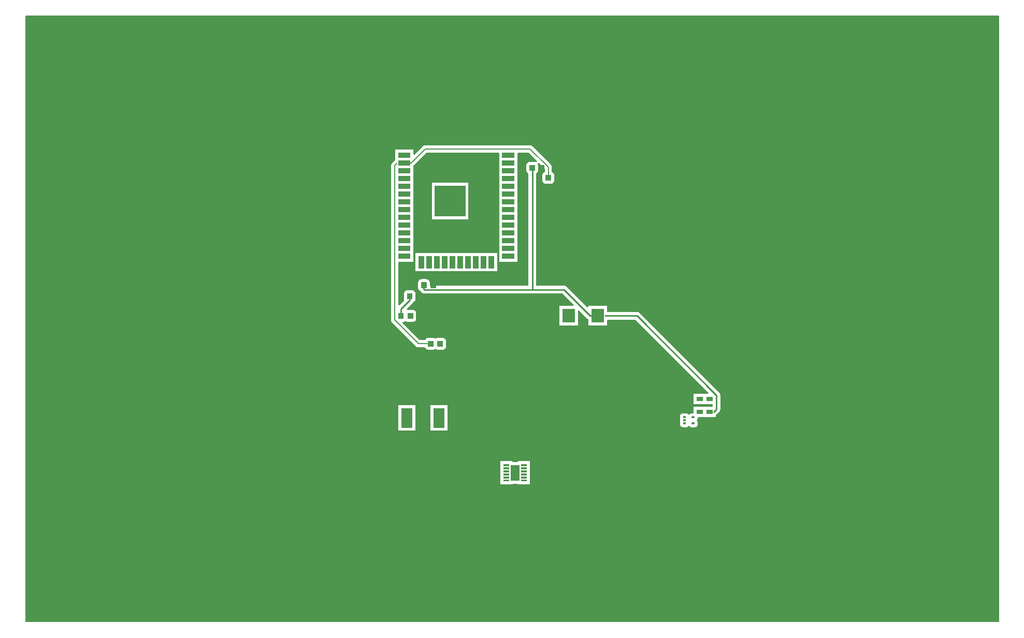
<source format=gbr>
%TF.GenerationSoftware,Flux,Pcbnew,9.0.4-9.0.4-0~ubuntu22.04.1*%
%TF.CreationDate,2025-10-20T13:02:13+00:00*%
%TF.ProjectId,input,696e7075-742e-46b6-9963-61645f706362,rev?*%
%TF.SameCoordinates,Original*%
%TF.FileFunction,Copper,L1,Top*%
%TF.FilePolarity,Positive*%
%FSLAX46Y46*%
G04 Gerber Fmt 4.6, Leading zero omitted, Abs format (unit mm)*
G04 Filename: sarlls-iot*
G04 Build it with Flux! Visit our site at: https://www.flux.ai (PCBNEW 9.0.4-9.0.4-0~ubuntu22.04.1) date 2025-10-20 13:02:13*
%MOMM*%
%LPD*%
G01*
G04 APERTURE LIST*
G04 Aperture macros list*
%AMFreePoly0*
4,1,9,0.000462,0.000191,0.000462,-0.000191,0.000191,-0.000462,-0.000191,-0.000462,-0.000462,-0.000191,-0.000462,0.000191,-0.000191,0.000462,0.000191,0.000462,0.000462,0.000191,0.000462,0.000191,$1*%
G04 Aperture macros list end*
%TA.AperFunction,EtchedComponent*%
%ADD10C,0.000000*%
%TD*%
%TA.AperFunction,SMDPad,CuDef*%
%ADD11FreePoly0,0.000000*%
%TD*%
%TA.AperFunction,SMDPad,CuDef*%
%ADD12FreePoly0,90.000000*%
%TD*%
%TA.AperFunction,Conductor*%
%ADD13C,0.150000*%
%TD*%
%TA.AperFunction,Conductor*%
%ADD14C,0.254000*%
%TD*%
G04 APERTURE END LIST*
D10*
%TA.AperFunction,EtchedComponent*%
%TO.C,*%
G36*
X-16636700Y18717500D02*
G01*
X-18636700Y18717500D01*
X-18636700Y19617500D01*
X-16636700Y19617500D01*
X-16636700Y18717500D01*
G37*
%TD.AperFunction*%
%TA.AperFunction,EtchedComponent*%
G36*
X-8051696Y8277502D02*
G01*
X-8951696Y8277498D01*
X-8951704Y10277498D01*
X-8051704Y10277502D01*
X-8051696Y8277502D01*
G37*
%TD.AperFunction*%
%TA.AperFunction,EtchedComponent*%
G36*
X-13131696Y8277502D02*
G01*
X-14031696Y8277498D01*
X-14031704Y10277498D01*
X-13131704Y10277502D01*
X-13131696Y8277502D01*
G37*
%TD.AperFunction*%
%TA.AperFunction,EtchedComponent*%
G36*
X-16636700Y25067500D02*
G01*
X-18636700Y25067500D01*
X-18636700Y25967500D01*
X-16636700Y25967500D01*
X-16636700Y25067500D01*
G37*
%TD.AperFunction*%
%TA.AperFunction,EtchedComponent*%
G36*
X-5511696Y8277502D02*
G01*
X-6411696Y8277498D01*
X-6411704Y10277498D01*
X-5511704Y10277502D01*
X-5511696Y8277502D01*
G37*
%TD.AperFunction*%
%TA.AperFunction,EtchedComponent*%
G36*
X-4241696Y8277502D02*
G01*
X-5141696Y8277498D01*
X-5141704Y10277498D01*
X-4241704Y10277502D01*
X-4241696Y8277502D01*
G37*
%TD.AperFunction*%
%TA.AperFunction,EtchedComponent*%
G36*
X363300Y14907500D02*
G01*
X-1636700Y14907500D01*
X-1636700Y15807500D01*
X363300Y15807500D01*
X363300Y14907500D01*
G37*
%TD.AperFunction*%
%TA.AperFunction,EtchedComponent*%
G36*
X363300Y13637500D02*
G01*
X-1636700Y13637500D01*
X-1636700Y14537500D01*
X363300Y14537500D01*
X363300Y13637500D01*
G37*
%TD.AperFunction*%
%TA.AperFunction,EtchedComponent*%
G36*
X-16636700Y12367500D02*
G01*
X-18636700Y12367500D01*
X-18636700Y13267500D01*
X-16636700Y13267500D01*
X-16636700Y12367500D01*
G37*
%TD.AperFunction*%
%TA.AperFunction,EtchedComponent*%
G36*
X363300Y21257500D02*
G01*
X-1636700Y21257500D01*
X-1636700Y22157500D01*
X363300Y22157500D01*
X363300Y21257500D01*
G37*
%TD.AperFunction*%
%TA.AperFunction,EtchedComponent*%
G36*
X-16636700Y21257500D02*
G01*
X-18636700Y21257500D01*
X-18636700Y22157500D01*
X-16636700Y22157500D01*
X-16636700Y21257500D01*
G37*
%TD.AperFunction*%
%TA.AperFunction,EtchedComponent*%
G36*
X-10591696Y8277502D02*
G01*
X-11491696Y8277498D01*
X-11491704Y10277498D01*
X-10591704Y10277502D01*
X-10591696Y8277502D01*
G37*
%TD.AperFunction*%
%TA.AperFunction,EtchedComponent*%
G36*
X363300Y22527500D02*
G01*
X-1636700Y22527500D01*
X-1636700Y23427500D01*
X363300Y23427500D01*
X363300Y22527500D01*
G37*
%TD.AperFunction*%
%TA.AperFunction,EtchedComponent*%
G36*
X-16636700Y9827500D02*
G01*
X-18636700Y9827500D01*
X-18636700Y10727500D01*
X-16636700Y10727500D01*
X-16636700Y9827500D01*
G37*
%TD.AperFunction*%
%TA.AperFunction,EtchedComponent*%
G36*
X-16636700Y23797500D02*
G01*
X-18636700Y23797500D01*
X-18636700Y24697500D01*
X-16636700Y24697500D01*
X-16636700Y23797500D01*
G37*
%TD.AperFunction*%
%TA.AperFunction,EtchedComponent*%
G36*
X-16636700Y13637500D02*
G01*
X-18636700Y13637500D01*
X-18636700Y14537500D01*
X-16636700Y14537500D01*
X-16636700Y13637500D01*
G37*
%TD.AperFunction*%
%TA.AperFunction,EtchedComponent*%
G36*
X363300Y18717500D02*
G01*
X-1636700Y18717500D01*
X-1636700Y19617500D01*
X363300Y19617500D01*
X363300Y18717500D01*
G37*
%TD.AperFunction*%
%TA.AperFunction,EtchedComponent*%
G36*
X-16636700Y14907500D02*
G01*
X-18636700Y14907500D01*
X-18636700Y15807500D01*
X-16636700Y15807500D01*
X-16636700Y14907500D01*
G37*
%TD.AperFunction*%
%TA.AperFunction,EtchedComponent*%
G36*
X-7636700Y16787500D02*
G01*
X-12636700Y16787500D01*
X-12636700Y21787500D01*
X-7636700Y21787500D01*
X-7636700Y16787500D01*
G37*
%TD.AperFunction*%
%TA.AperFunction,EtchedComponent*%
G36*
X363300Y25067500D02*
G01*
X-1636700Y25067500D01*
X-1636700Y25967500D01*
X363300Y25967500D01*
X363300Y25067500D01*
G37*
%TD.AperFunction*%
%TA.AperFunction,EtchedComponent*%
G36*
X363300Y26337500D02*
G01*
X-1636700Y26337500D01*
X-1636700Y27237500D01*
X363300Y27237500D01*
X363300Y26337500D01*
G37*
%TD.AperFunction*%
%TA.AperFunction,EtchedComponent*%
G36*
X363300Y19987500D02*
G01*
X-1636700Y19987500D01*
X-1636700Y20887500D01*
X363300Y20887500D01*
X363300Y19987500D01*
G37*
%TD.AperFunction*%
%TA.AperFunction,EtchedComponent*%
G36*
X-14401696Y8277502D02*
G01*
X-15301696Y8277498D01*
X-15301704Y10277498D01*
X-14401704Y10277502D01*
X-14401696Y8277502D01*
G37*
%TD.AperFunction*%
%TA.AperFunction,EtchedComponent*%
G36*
X-16636700Y16177500D02*
G01*
X-18636700Y16177500D01*
X-18636700Y17077500D01*
X-16636700Y17077500D01*
X-16636700Y16177500D01*
G37*
%TD.AperFunction*%
%TA.AperFunction,EtchedComponent*%
G36*
X-16636700Y11097500D02*
G01*
X-18636700Y11097500D01*
X-18636700Y11997500D01*
X-16636700Y11997500D01*
X-16636700Y11097500D01*
G37*
%TD.AperFunction*%
%TA.AperFunction,EtchedComponent*%
G36*
X-16636700Y22527500D02*
G01*
X-18636700Y22527500D01*
X-18636700Y23427500D01*
X-16636700Y23427500D01*
X-16636700Y22527500D01*
G37*
%TD.AperFunction*%
%TA.AperFunction,EtchedComponent*%
G36*
X363300Y16177500D02*
G01*
X-1636700Y16177500D01*
X-1636700Y17077500D01*
X363300Y17077500D01*
X363300Y16177500D01*
G37*
%TD.AperFunction*%
%TA.AperFunction,EtchedComponent*%
G36*
X363300Y12367500D02*
G01*
X-1636700Y12367500D01*
X-1636700Y13267500D01*
X363300Y13267500D01*
X363300Y12367500D01*
G37*
%TD.AperFunction*%
%TA.AperFunction,EtchedComponent*%
G36*
X-16636700Y19987500D02*
G01*
X-18636700Y19987500D01*
X-18636700Y20887500D01*
X-16636700Y20887500D01*
X-16636700Y19987500D01*
G37*
%TD.AperFunction*%
%TA.AperFunction,EtchedComponent*%
G36*
X-9321696Y8277502D02*
G01*
X-10221696Y8277498D01*
X-10221704Y10277498D01*
X-9321704Y10277502D01*
X-9321696Y8277502D01*
G37*
%TD.AperFunction*%
%TA.AperFunction,EtchedComponent*%
G36*
X-16636700Y26337500D02*
G01*
X-18636700Y26337500D01*
X-18636700Y27237500D01*
X-16636700Y27237500D01*
X-16636700Y26337500D01*
G37*
%TD.AperFunction*%
%TA.AperFunction,EtchedComponent*%
G36*
X363300Y17447500D02*
G01*
X-1636700Y17447500D01*
X-1636700Y18347500D01*
X363300Y18347500D01*
X363300Y17447500D01*
G37*
%TD.AperFunction*%
%TA.AperFunction,EtchedComponent*%
G36*
X363300Y11097500D02*
G01*
X-1636700Y11097500D01*
X-1636700Y11997500D01*
X363300Y11997500D01*
X363300Y11097500D01*
G37*
%TD.AperFunction*%
%TA.AperFunction,EtchedComponent*%
G36*
X363300Y23797500D02*
G01*
X-1636700Y23797500D01*
X-1636700Y24697500D01*
X363300Y24697500D01*
X363300Y23797500D01*
G37*
%TD.AperFunction*%
%TA.AperFunction,EtchedComponent*%
G36*
X-6781696Y8277502D02*
G01*
X-7681696Y8277498D01*
X-7681704Y10277498D01*
X-6781704Y10277502D01*
X-6781696Y8277502D01*
G37*
%TD.AperFunction*%
%TA.AperFunction,EtchedComponent*%
G36*
X363300Y9827500D02*
G01*
X-1636700Y9827500D01*
X-1636700Y10727500D01*
X363300Y10727500D01*
X363300Y9827500D01*
G37*
%TD.AperFunction*%
%TA.AperFunction,EtchedComponent*%
G36*
X-2971696Y8277502D02*
G01*
X-3871696Y8277498D01*
X-3871704Y10277498D01*
X-2971704Y10277502D01*
X-2971696Y8277502D01*
G37*
%TD.AperFunction*%
%TA.AperFunction,EtchedComponent*%
G36*
X-11861696Y8277502D02*
G01*
X-12761696Y8277498D01*
X-12761704Y10277498D01*
X-11861704Y10277502D01*
X-11861696Y8277502D01*
G37*
%TD.AperFunction*%
%TA.AperFunction,EtchedComponent*%
G36*
X-16636700Y17447500D02*
G01*
X-18636700Y17447500D01*
X-18636700Y18347500D01*
X-16636700Y18347500D01*
X-16636700Y17447500D01*
G37*
%TD.AperFunction*%
%TA.AperFunction,EtchedComponent*%
G36*
X-12930600Y-3585400D02*
G01*
X-12925600Y-3585400D01*
X-12921600Y-3586400D01*
X-12916600Y-3588400D01*
X-12912600Y-3589400D01*
X-12908600Y-3591400D01*
X-12904600Y-3594400D01*
X-12900600Y-3596400D01*
X-12892600Y-3602400D01*
X-12886600Y-3608400D01*
X-12880600Y-3616400D01*
X-12878600Y-3620400D01*
X-12875600Y-3624400D01*
X-12873600Y-3628400D01*
X-12872600Y-3632400D01*
X-12870600Y-3637400D01*
X-12869600Y-3641400D01*
X-12869600Y-3646400D01*
X-12868600Y-3651400D01*
X-12868600Y-4467400D01*
X-12869600Y-4472400D01*
X-12869600Y-4477400D01*
X-12870600Y-4481400D01*
X-12872600Y-4486400D01*
X-12873600Y-4490400D01*
X-12875600Y-4494400D01*
X-12878600Y-4498400D01*
X-12880600Y-4502400D01*
X-12886600Y-4510400D01*
X-12892600Y-4516400D01*
X-12900600Y-4522400D01*
X-12904600Y-4524400D01*
X-12908600Y-4527400D01*
X-12912600Y-4529400D01*
X-12916600Y-4530400D01*
X-12921600Y-4532400D01*
X-12925600Y-4533400D01*
X-12930600Y-4533400D01*
X-12935600Y-4534400D01*
X-13701600Y-4534400D01*
X-13706600Y-4533400D01*
X-13711600Y-4533400D01*
X-13715600Y-4532400D01*
X-13720600Y-4530400D01*
X-13724600Y-4529400D01*
X-13728600Y-4527400D01*
X-13732600Y-4524400D01*
X-13736600Y-4522400D01*
X-13744600Y-4516400D01*
X-13750600Y-4510400D01*
X-13756600Y-4502400D01*
X-13758600Y-4498400D01*
X-13761600Y-4494400D01*
X-13763600Y-4490400D01*
X-13764600Y-4486400D01*
X-13766600Y-4481400D01*
X-13767600Y-4477400D01*
X-13767600Y-4472400D01*
X-13768600Y-4467400D01*
X-13768600Y-3651400D01*
X-13767600Y-3646400D01*
X-13767600Y-3641400D01*
X-13766600Y-3637400D01*
X-13764600Y-3632400D01*
X-13763600Y-3628400D01*
X-13761600Y-3624400D01*
X-13758600Y-3620400D01*
X-13756600Y-3616400D01*
X-13750600Y-3608400D01*
X-13744600Y-3602400D01*
X-13736600Y-3596400D01*
X-13732600Y-3594400D01*
X-13728600Y-3591400D01*
X-13724600Y-3589400D01*
X-13720600Y-3588400D01*
X-13715600Y-3586400D01*
X-13711600Y-3585400D01*
X-13706600Y-3585400D01*
X-13701600Y-3584400D01*
X-12935600Y-3584400D01*
X-12930600Y-3585400D01*
G37*
%TD.AperFunction*%
%TA.AperFunction,EtchedComponent*%
G36*
X-11380600Y-3585400D02*
G01*
X-11375600Y-3585400D01*
X-11371600Y-3586400D01*
X-11366600Y-3588400D01*
X-11362600Y-3589400D01*
X-11358600Y-3591400D01*
X-11354600Y-3594400D01*
X-11350600Y-3596400D01*
X-11342600Y-3602400D01*
X-11336600Y-3608400D01*
X-11330600Y-3616400D01*
X-11328600Y-3620400D01*
X-11325600Y-3624400D01*
X-11323600Y-3628400D01*
X-11322600Y-3632400D01*
X-11320600Y-3637400D01*
X-11319600Y-3641400D01*
X-11319600Y-3646400D01*
X-11318600Y-3651400D01*
X-11318600Y-4467400D01*
X-11319600Y-4472400D01*
X-11319600Y-4477400D01*
X-11320600Y-4481400D01*
X-11322600Y-4486400D01*
X-11323600Y-4490400D01*
X-11325600Y-4494400D01*
X-11328600Y-4498400D01*
X-11330600Y-4502400D01*
X-11336600Y-4510400D01*
X-11342600Y-4516400D01*
X-11350600Y-4522400D01*
X-11354600Y-4524400D01*
X-11358600Y-4527400D01*
X-11362600Y-4529400D01*
X-11366600Y-4530400D01*
X-11371600Y-4532400D01*
X-11375600Y-4533400D01*
X-11380600Y-4533400D01*
X-11385600Y-4534400D01*
X-12151600Y-4534400D01*
X-12156600Y-4533400D01*
X-12161600Y-4533400D01*
X-12165600Y-4532400D01*
X-12170600Y-4530400D01*
X-12174600Y-4529400D01*
X-12178600Y-4527400D01*
X-12182600Y-4524400D01*
X-12186600Y-4522400D01*
X-12194600Y-4516400D01*
X-12200600Y-4510400D01*
X-12206600Y-4502400D01*
X-12208600Y-4498400D01*
X-12211600Y-4494400D01*
X-12213600Y-4490400D01*
X-12214600Y-4486400D01*
X-12216600Y-4481400D01*
X-12217600Y-4477400D01*
X-12217600Y-4472400D01*
X-12218600Y-4467400D01*
X-12218600Y-3651400D01*
X-12217600Y-3646400D01*
X-12217600Y-3641400D01*
X-12216600Y-3637400D01*
X-12214600Y-3632400D01*
X-12213600Y-3628400D01*
X-12211600Y-3624400D01*
X-12208600Y-3620400D01*
X-12206600Y-3616400D01*
X-12200600Y-3608400D01*
X-12194600Y-3602400D01*
X-12186600Y-3596400D01*
X-12182600Y-3594400D01*
X-12178600Y-3591400D01*
X-12174600Y-3589400D01*
X-12170600Y-3588400D01*
X-12165600Y-3586400D01*
X-12161600Y-3585400D01*
X-12156600Y-3585400D01*
X-12151600Y-3584400D01*
X-11385600Y-3584400D01*
X-11380600Y-3585400D01*
G37*
%TD.AperFunction*%
%TA.AperFunction,EtchedComponent*%
G36*
X10281800Y-583900D02*
G01*
X8231800Y-583900D01*
X8231800Y1606100D01*
X10281800Y1606100D01*
X10281800Y-583900D01*
G37*
%TD.AperFunction*%
%TA.AperFunction,EtchedComponent*%
G36*
X15001800Y-583900D02*
G01*
X12951800Y-583900D01*
X12951800Y1606100D01*
X15001800Y1606100D01*
X15001800Y-583900D01*
G37*
%TD.AperFunction*%
%TA.AperFunction,EtchedComponent*%
G36*
X-507299Y-26596498D02*
G01*
X-1407299Y-26596502D01*
X-1407301Y-26296502D01*
X-507301Y-26296498D01*
X-507299Y-26596498D01*
G37*
%TD.AperFunction*%
%TA.AperFunction,EtchedComponent*%
G36*
X2392701Y-24596498D02*
G01*
X1492701Y-24596502D01*
X1492699Y-24296502D01*
X2392699Y-24296498D01*
X2392701Y-24596498D01*
G37*
%TD.AperFunction*%
%TA.AperFunction,EtchedComponent*%
G36*
X2392701Y-26096498D02*
G01*
X1492701Y-26096502D01*
X1492699Y-25796502D01*
X2392699Y-25796498D01*
X2392701Y-26096498D01*
G37*
%TD.AperFunction*%
%TA.AperFunction,EtchedComponent*%
G36*
X2392701Y-24096498D02*
G01*
X1492701Y-24096502D01*
X1492699Y-23796502D01*
X2392699Y-23796498D01*
X2392701Y-24096498D01*
G37*
%TD.AperFunction*%
%TA.AperFunction,EtchedComponent*%
G36*
X2392701Y-25096498D02*
G01*
X1492701Y-25096502D01*
X1492699Y-24796502D01*
X2392699Y-24796498D01*
X2392701Y-25096498D01*
G37*
%TD.AperFunction*%
%TA.AperFunction,EtchedComponent*%
G36*
X1192700Y-26496500D02*
G01*
X-207300Y-26496500D01*
X-207300Y-23896500D01*
X1192700Y-23896500D01*
X1192700Y-26496500D01*
G37*
%TD.AperFunction*%
%TA.AperFunction,EtchedComponent*%
G36*
X2392701Y-26596498D02*
G01*
X1492701Y-26596502D01*
X1492699Y-26296502D01*
X2392699Y-26296498D01*
X2392701Y-26596498D01*
G37*
%TD.AperFunction*%
%TA.AperFunction,EtchedComponent*%
G36*
X2392701Y-25596498D02*
G01*
X1492701Y-25596502D01*
X1492699Y-25296502D01*
X2392699Y-25296498D01*
X2392701Y-25596498D01*
G37*
%TD.AperFunction*%
%TA.AperFunction,EtchedComponent*%
G36*
X-507299Y-26096498D02*
G01*
X-1407299Y-26096502D01*
X-1407301Y-25796502D01*
X-507301Y-25796498D01*
X-507299Y-26096498D01*
G37*
%TD.AperFunction*%
%TA.AperFunction,EtchedComponent*%
G36*
X-507299Y-25096498D02*
G01*
X-1407299Y-25096502D01*
X-1407301Y-24796502D01*
X-507301Y-24796498D01*
X-507299Y-25096498D01*
G37*
%TD.AperFunction*%
%TA.AperFunction,EtchedComponent*%
G36*
X-507299Y-24596498D02*
G01*
X-1407299Y-24596502D01*
X-1407301Y-24296502D01*
X-507301Y-24296498D01*
X-507299Y-24596498D01*
G37*
%TD.AperFunction*%
%TA.AperFunction,EtchedComponent*%
G36*
X-507299Y-24096498D02*
G01*
X-1407299Y-24096502D01*
X-1407301Y-23796502D01*
X-507301Y-23796498D01*
X-507299Y-24096498D01*
G37*
%TD.AperFunction*%
%TA.AperFunction,EtchedComponent*%
G36*
X-507299Y-25596498D02*
G01*
X-1407299Y-25596502D01*
X-1407301Y-25296502D01*
X-507301Y-25296498D01*
X-507299Y-25596498D01*
G37*
%TD.AperFunction*%
%TA.AperFunction,EtchedComponent*%
G36*
X-16363600Y4179900D02*
G01*
X-16358600Y4179900D01*
X-16354600Y4178900D01*
X-16349600Y4176900D01*
X-16345600Y4175900D01*
X-16341600Y4173900D01*
X-16337600Y4170900D01*
X-16333600Y4168900D01*
X-16325600Y4162900D01*
X-16319600Y4156900D01*
X-16313600Y4148900D01*
X-16311600Y4144900D01*
X-16308600Y4140900D01*
X-16306600Y4136900D01*
X-16305600Y4132900D01*
X-16303600Y4127900D01*
X-16302600Y4123900D01*
X-16302600Y4118900D01*
X-16301600Y4113900D01*
X-16301600Y3297900D01*
X-16302600Y3292900D01*
X-16302600Y3287900D01*
X-16303600Y3283900D01*
X-16305600Y3278900D01*
X-16306600Y3274900D01*
X-16308600Y3270900D01*
X-16311600Y3266900D01*
X-16313600Y3262900D01*
X-16319600Y3254900D01*
X-16325600Y3248900D01*
X-16333600Y3242900D01*
X-16337600Y3240900D01*
X-16341600Y3237900D01*
X-16345600Y3235900D01*
X-16349600Y3234900D01*
X-16354600Y3232900D01*
X-16358600Y3231900D01*
X-16363600Y3231900D01*
X-16368600Y3230900D01*
X-17134600Y3230900D01*
X-17139600Y3231900D01*
X-17144600Y3231900D01*
X-17148600Y3232900D01*
X-17153600Y3234900D01*
X-17157600Y3235900D01*
X-17161600Y3237900D01*
X-17165600Y3240900D01*
X-17169600Y3242900D01*
X-17177600Y3248900D01*
X-17183600Y3254900D01*
X-17189600Y3262900D01*
X-17191600Y3266900D01*
X-17194600Y3270900D01*
X-17196600Y3274900D01*
X-17197600Y3278900D01*
X-17199600Y3283900D01*
X-17200600Y3287900D01*
X-17200600Y3292900D01*
X-17201600Y3297900D01*
X-17201600Y4113900D01*
X-17200600Y4118900D01*
X-17200600Y4123900D01*
X-17199600Y4127900D01*
X-17197600Y4132900D01*
X-17196600Y4136900D01*
X-17194600Y4140900D01*
X-17191600Y4144900D01*
X-17189600Y4148900D01*
X-17183600Y4156900D01*
X-17177600Y4162900D01*
X-17169600Y4168900D01*
X-17165600Y4170900D01*
X-17161600Y4173900D01*
X-17157600Y4175900D01*
X-17153600Y4176900D01*
X-17148600Y4178900D01*
X-17144600Y4179900D01*
X-17139600Y4179900D01*
X-17134600Y4180900D01*
X-16368600Y4180900D01*
X-16363600Y4179900D01*
G37*
%TD.AperFunction*%
%TA.AperFunction,EtchedComponent*%
G36*
X-14813600Y4179900D02*
G01*
X-14808600Y4179900D01*
X-14804600Y4178900D01*
X-14799600Y4176900D01*
X-14795600Y4175900D01*
X-14791600Y4173900D01*
X-14787600Y4170900D01*
X-14783600Y4168900D01*
X-14775600Y4162900D01*
X-14769600Y4156900D01*
X-14763600Y4148900D01*
X-14761600Y4144900D01*
X-14758600Y4140900D01*
X-14756600Y4136900D01*
X-14755600Y4132900D01*
X-14753600Y4127900D01*
X-14752600Y4123900D01*
X-14752600Y4118900D01*
X-14751600Y4113900D01*
X-14751600Y3297900D01*
X-14752600Y3292900D01*
X-14752600Y3287900D01*
X-14753600Y3283900D01*
X-14755600Y3278900D01*
X-14756600Y3274900D01*
X-14758600Y3270900D01*
X-14761600Y3266900D01*
X-14763600Y3262900D01*
X-14769600Y3254900D01*
X-14775600Y3248900D01*
X-14783600Y3242900D01*
X-14787600Y3240900D01*
X-14791600Y3237900D01*
X-14795600Y3235900D01*
X-14799600Y3234900D01*
X-14804600Y3232900D01*
X-14808600Y3231900D01*
X-14813600Y3231900D01*
X-14818600Y3230900D01*
X-15584600Y3230900D01*
X-15589600Y3231900D01*
X-15594600Y3231900D01*
X-15598600Y3232900D01*
X-15603600Y3234900D01*
X-15607600Y3235900D01*
X-15611600Y3237900D01*
X-15615600Y3240900D01*
X-15619600Y3242900D01*
X-15627600Y3248900D01*
X-15633600Y3254900D01*
X-15639600Y3262900D01*
X-15641600Y3266900D01*
X-15644600Y3270900D01*
X-15646600Y3274900D01*
X-15647600Y3278900D01*
X-15649600Y3283900D01*
X-15650600Y3287900D01*
X-15650600Y3292900D01*
X-15651600Y3297900D01*
X-15651600Y4113900D01*
X-15650600Y4118900D01*
X-15650600Y4123900D01*
X-15649600Y4127900D01*
X-15647600Y4132900D01*
X-15646600Y4136900D01*
X-15644600Y4140900D01*
X-15641600Y4144900D01*
X-15639600Y4148900D01*
X-15633600Y4156900D01*
X-15627600Y4162900D01*
X-15619600Y4168900D01*
X-15615600Y4170900D01*
X-15611600Y4173900D01*
X-15607600Y4175900D01*
X-15603600Y4176900D01*
X-15598600Y4178900D01*
X-15594600Y4179900D01*
X-15589600Y4179900D01*
X-15584600Y4180900D01*
X-14818600Y4180900D01*
X-14813600Y4179900D01*
G37*
%TD.AperFunction*%
%TA.AperFunction,EtchedComponent*%
G36*
X-17799600Y969700D02*
G01*
X-17794600Y969700D01*
X-17790600Y968700D01*
X-17785600Y966700D01*
X-17781600Y965700D01*
X-17777600Y963700D01*
X-17773600Y960700D01*
X-17769600Y958700D01*
X-17761600Y952700D01*
X-17755600Y946700D01*
X-17749600Y938700D01*
X-17747600Y934700D01*
X-17744600Y930700D01*
X-17742600Y926700D01*
X-17741600Y922700D01*
X-17739600Y917700D01*
X-17738600Y913700D01*
X-17738600Y908700D01*
X-17737600Y903700D01*
X-17737600Y87700D01*
X-17738600Y82700D01*
X-17738600Y77700D01*
X-17739600Y73700D01*
X-17741600Y68700D01*
X-17742600Y64700D01*
X-17744600Y60700D01*
X-17747600Y56700D01*
X-17749600Y52700D01*
X-17755600Y44700D01*
X-17761600Y38700D01*
X-17769600Y32700D01*
X-17773600Y30700D01*
X-17777600Y27700D01*
X-17781600Y25700D01*
X-17785600Y24700D01*
X-17790600Y22700D01*
X-17794600Y21700D01*
X-17799600Y21700D01*
X-17804600Y20700D01*
X-18570600Y20700D01*
X-18575600Y21700D01*
X-18580600Y21700D01*
X-18584600Y22700D01*
X-18589600Y24700D01*
X-18593600Y25700D01*
X-18597600Y27700D01*
X-18601600Y30700D01*
X-18605600Y32700D01*
X-18613600Y38700D01*
X-18619600Y44700D01*
X-18625600Y52700D01*
X-18627600Y56700D01*
X-18630600Y60700D01*
X-18632600Y64700D01*
X-18633600Y68700D01*
X-18635600Y73700D01*
X-18636600Y77700D01*
X-18636600Y82700D01*
X-18637600Y87700D01*
X-18637600Y903700D01*
X-18636600Y908700D01*
X-18636600Y913700D01*
X-18635600Y917700D01*
X-18633600Y922700D01*
X-18632600Y926700D01*
X-18630600Y930700D01*
X-18627600Y934700D01*
X-18625600Y938700D01*
X-18619600Y946700D01*
X-18613600Y952700D01*
X-18605600Y958700D01*
X-18601600Y960700D01*
X-18597600Y963700D01*
X-18593600Y965700D01*
X-18589600Y966700D01*
X-18584600Y968700D01*
X-18580600Y969700D01*
X-18575600Y969700D01*
X-18570600Y970700D01*
X-17804600Y970700D01*
X-17799600Y969700D01*
G37*
%TD.AperFunction*%
%TA.AperFunction,EtchedComponent*%
G36*
X-16249600Y969700D02*
G01*
X-16244600Y969700D01*
X-16240600Y968700D01*
X-16235600Y966700D01*
X-16231600Y965700D01*
X-16227600Y963700D01*
X-16223600Y960700D01*
X-16219600Y958700D01*
X-16211600Y952700D01*
X-16205600Y946700D01*
X-16199600Y938700D01*
X-16197600Y934700D01*
X-16194600Y930700D01*
X-16192600Y926700D01*
X-16191600Y922700D01*
X-16189600Y917700D01*
X-16188600Y913700D01*
X-16188600Y908700D01*
X-16187600Y903700D01*
X-16187600Y87700D01*
X-16188600Y82700D01*
X-16188600Y77700D01*
X-16189600Y73700D01*
X-16191600Y68700D01*
X-16192600Y64700D01*
X-16194600Y60700D01*
X-16197600Y56700D01*
X-16199600Y52700D01*
X-16205600Y44700D01*
X-16211600Y38700D01*
X-16219600Y32700D01*
X-16223600Y30700D01*
X-16227600Y27700D01*
X-16231600Y25700D01*
X-16235600Y24700D01*
X-16240600Y22700D01*
X-16244600Y21700D01*
X-16249600Y21700D01*
X-16254600Y20700D01*
X-17020600Y20700D01*
X-17025600Y21700D01*
X-17030600Y21700D01*
X-17034600Y22700D01*
X-17039600Y24700D01*
X-17043600Y25700D01*
X-17047600Y27700D01*
X-17051600Y30700D01*
X-17055600Y32700D01*
X-17063600Y38700D01*
X-17069600Y44700D01*
X-17075600Y52700D01*
X-17077600Y56700D01*
X-17080600Y60700D01*
X-17082600Y64700D01*
X-17083600Y68700D01*
X-17085600Y73700D01*
X-17086600Y77700D01*
X-17086600Y82700D01*
X-17087600Y87700D01*
X-17087600Y903700D01*
X-17086600Y908700D01*
X-17086600Y913700D01*
X-17085600Y917700D01*
X-17083600Y922700D01*
X-17082600Y926700D01*
X-17080600Y930700D01*
X-17077600Y934700D01*
X-17075600Y938700D01*
X-17069600Y946700D01*
X-17063600Y952700D01*
X-17055600Y958700D01*
X-17051600Y960700D01*
X-17047600Y963700D01*
X-17043600Y965700D01*
X-17039600Y966700D01*
X-17034600Y968700D01*
X-17030600Y969700D01*
X-17025600Y969700D01*
X-17020600Y970700D01*
X-16254600Y970700D01*
X-16249600Y969700D01*
G37*
%TD.AperFunction*%
%TA.AperFunction,EtchedComponent*%
G36*
X28379300Y-16934000D02*
G01*
X28381300Y-16934000D01*
X28385300Y-16936000D01*
X28387300Y-16936000D01*
X28389300Y-16938000D01*
X28393300Y-16940000D01*
X28399300Y-16946000D01*
X28401300Y-16950000D01*
X28403300Y-16952000D01*
X28403300Y-16954000D01*
X28405300Y-16958000D01*
X28405300Y-16960000D01*
X28406300Y-16962000D01*
X28406300Y-17204000D01*
X28405300Y-17206000D01*
X28405300Y-17208000D01*
X28403300Y-17212000D01*
X28403300Y-17214000D01*
X28401300Y-17216000D01*
X28399300Y-17220000D01*
X28393300Y-17226000D01*
X28389300Y-17228000D01*
X28387300Y-17230000D01*
X28385300Y-17230000D01*
X28381300Y-17232000D01*
X28379300Y-17232000D01*
X28377300Y-17233000D01*
X27985300Y-17233000D01*
X27983300Y-17232000D01*
X27981300Y-17232000D01*
X27977300Y-17230000D01*
X27975300Y-17230000D01*
X27973300Y-17228000D01*
X27969300Y-17226000D01*
X27963300Y-17220000D01*
X27961300Y-17216000D01*
X27959300Y-17214000D01*
X27959300Y-17212000D01*
X27957300Y-17208000D01*
X27957300Y-17206000D01*
X27956300Y-17204000D01*
X27956300Y-16962000D01*
X27957300Y-16960000D01*
X27957300Y-16958000D01*
X27959300Y-16954000D01*
X27959300Y-16952000D01*
X27961300Y-16950000D01*
X27963300Y-16946000D01*
X27969300Y-16940000D01*
X27973300Y-16938000D01*
X27975300Y-16936000D01*
X27977300Y-16936000D01*
X27981300Y-16934000D01*
X27983300Y-16934000D01*
X27985300Y-16933000D01*
X28377300Y-16933000D01*
X28379300Y-16934000D01*
G37*
%TD.AperFunction*%
%TA.AperFunction,EtchedComponent*%
G36*
X29779300Y-16934000D02*
G01*
X29781300Y-16934000D01*
X29785300Y-16936000D01*
X29787300Y-16936000D01*
X29789300Y-16938000D01*
X29793300Y-16940000D01*
X29799300Y-16946000D01*
X29801300Y-16950000D01*
X29803300Y-16952000D01*
X29803300Y-16954000D01*
X29805300Y-16958000D01*
X29805300Y-16960000D01*
X29806300Y-16962000D01*
X29806300Y-17204000D01*
X29805300Y-17206000D01*
X29805300Y-17208000D01*
X29803300Y-17212000D01*
X29803300Y-17214000D01*
X29801300Y-17216000D01*
X29799300Y-17220000D01*
X29793300Y-17226000D01*
X29789300Y-17228000D01*
X29787300Y-17230000D01*
X29785300Y-17230000D01*
X29781300Y-17232000D01*
X29779300Y-17232000D01*
X29777300Y-17233000D01*
X29385300Y-17233000D01*
X29383300Y-17232000D01*
X29381300Y-17232000D01*
X29377300Y-17230000D01*
X29375300Y-17230000D01*
X29373300Y-17228000D01*
X29369300Y-17226000D01*
X29363300Y-17220000D01*
X29361300Y-17216000D01*
X29359300Y-17214000D01*
X29359300Y-17212000D01*
X29357300Y-17208000D01*
X29357300Y-17206000D01*
X29356300Y-17204000D01*
X29356300Y-16962000D01*
X29357300Y-16960000D01*
X29357300Y-16958000D01*
X29359300Y-16954000D01*
X29359300Y-16952000D01*
X29361300Y-16950000D01*
X29363300Y-16946000D01*
X29369300Y-16940000D01*
X29373300Y-16938000D01*
X29375300Y-16936000D01*
X29377300Y-16936000D01*
X29381300Y-16934000D01*
X29383300Y-16934000D01*
X29385300Y-16933000D01*
X29777300Y-16933000D01*
X29779300Y-16934000D01*
G37*
%TD.AperFunction*%
%TA.AperFunction,EtchedComponent*%
G36*
X28379300Y-15934000D02*
G01*
X28381300Y-15934000D01*
X28385300Y-15936000D01*
X28387300Y-15936000D01*
X28389300Y-15938000D01*
X28393300Y-15940000D01*
X28399300Y-15946000D01*
X28401300Y-15950000D01*
X28403300Y-15952000D01*
X28403300Y-15954000D01*
X28405300Y-15958000D01*
X28405300Y-15960000D01*
X28406300Y-15962000D01*
X28406300Y-16204000D01*
X28405300Y-16206000D01*
X28405300Y-16208000D01*
X28403300Y-16212000D01*
X28403300Y-16214000D01*
X28401300Y-16216000D01*
X28399300Y-16220000D01*
X28393300Y-16226000D01*
X28389300Y-16228000D01*
X28387300Y-16230000D01*
X28385300Y-16230000D01*
X28381300Y-16232000D01*
X28379300Y-16232000D01*
X28377300Y-16233000D01*
X27985300Y-16233000D01*
X27983300Y-16232000D01*
X27981300Y-16232000D01*
X27977300Y-16230000D01*
X27975300Y-16230000D01*
X27973300Y-16228000D01*
X27969300Y-16226000D01*
X27963300Y-16220000D01*
X27961300Y-16216000D01*
X27959300Y-16214000D01*
X27959300Y-16212000D01*
X27957300Y-16208000D01*
X27957300Y-16206000D01*
X27956300Y-16204000D01*
X27956300Y-15962000D01*
X27957300Y-15960000D01*
X27957300Y-15958000D01*
X27959300Y-15954000D01*
X27959300Y-15952000D01*
X27961300Y-15950000D01*
X27963300Y-15946000D01*
X27969300Y-15940000D01*
X27973300Y-15938000D01*
X27975300Y-15936000D01*
X27977300Y-15936000D01*
X27981300Y-15934000D01*
X27983300Y-15934000D01*
X27985300Y-15933000D01*
X28377300Y-15933000D01*
X28379300Y-15934000D01*
G37*
%TD.AperFunction*%
%TA.AperFunction,EtchedComponent*%
G36*
X28379300Y-16434000D02*
G01*
X28381300Y-16434000D01*
X28385300Y-16436000D01*
X28387300Y-16436000D01*
X28389300Y-16438000D01*
X28393300Y-16440000D01*
X28399300Y-16446000D01*
X28401300Y-16450000D01*
X28403300Y-16452000D01*
X28403300Y-16454000D01*
X28405300Y-16458000D01*
X28405300Y-16460000D01*
X28406300Y-16462000D01*
X28406300Y-16704000D01*
X28405300Y-16706000D01*
X28405300Y-16708000D01*
X28403300Y-16712000D01*
X28403300Y-16714000D01*
X28401300Y-16716000D01*
X28399300Y-16720000D01*
X28393300Y-16726000D01*
X28389300Y-16728000D01*
X28387300Y-16730000D01*
X28385300Y-16730000D01*
X28381300Y-16732000D01*
X28379300Y-16732000D01*
X28377300Y-16733000D01*
X27985300Y-16733000D01*
X27983300Y-16732000D01*
X27981300Y-16732000D01*
X27977300Y-16730000D01*
X27975300Y-16730000D01*
X27973300Y-16728000D01*
X27969300Y-16726000D01*
X27963300Y-16720000D01*
X27961300Y-16716000D01*
X27959300Y-16714000D01*
X27959300Y-16712000D01*
X27957300Y-16708000D01*
X27957300Y-16706000D01*
X27956300Y-16704000D01*
X27956300Y-16462000D01*
X27957300Y-16460000D01*
X27957300Y-16458000D01*
X27959300Y-16454000D01*
X27959300Y-16452000D01*
X27961300Y-16450000D01*
X27963300Y-16446000D01*
X27969300Y-16440000D01*
X27973300Y-16438000D01*
X27975300Y-16436000D01*
X27977300Y-16436000D01*
X27981300Y-16434000D01*
X27983300Y-16434000D01*
X27985300Y-16433000D01*
X28377300Y-16433000D01*
X28379300Y-16434000D01*
G37*
%TD.AperFunction*%
%TA.AperFunction,EtchedComponent*%
G36*
X29779300Y-15934000D02*
G01*
X29781300Y-15934000D01*
X29785300Y-15936000D01*
X29787300Y-15936000D01*
X29789300Y-15938000D01*
X29793300Y-15940000D01*
X29799300Y-15946000D01*
X29801300Y-15950000D01*
X29803300Y-15952000D01*
X29803300Y-15954000D01*
X29805300Y-15958000D01*
X29805300Y-15960000D01*
X29806300Y-15962000D01*
X29806300Y-16204000D01*
X29805300Y-16206000D01*
X29805300Y-16208000D01*
X29803300Y-16212000D01*
X29803300Y-16214000D01*
X29801300Y-16216000D01*
X29799300Y-16220000D01*
X29793300Y-16226000D01*
X29789300Y-16228000D01*
X29787300Y-16230000D01*
X29785300Y-16230000D01*
X29781300Y-16232000D01*
X29779300Y-16232000D01*
X29777300Y-16233000D01*
X29385300Y-16233000D01*
X29383300Y-16232000D01*
X29381300Y-16232000D01*
X29377300Y-16230000D01*
X29375300Y-16230000D01*
X29373300Y-16228000D01*
X29369300Y-16226000D01*
X29363300Y-16220000D01*
X29361300Y-16216000D01*
X29359300Y-16214000D01*
X29359300Y-16212000D01*
X29357300Y-16208000D01*
X29357300Y-16206000D01*
X29356300Y-16204000D01*
X29356300Y-15962000D01*
X29357300Y-15960000D01*
X29357300Y-15958000D01*
X29359300Y-15954000D01*
X29359300Y-15952000D01*
X29361300Y-15950000D01*
X29363300Y-15946000D01*
X29369300Y-15940000D01*
X29373300Y-15938000D01*
X29375300Y-15936000D01*
X29377300Y-15936000D01*
X29381300Y-15934000D01*
X29383300Y-15934000D01*
X29385300Y-15933000D01*
X29777300Y-15933000D01*
X29779300Y-15934000D01*
G37*
%TD.AperFunction*%
%TA.AperFunction,EtchedComponent*%
G36*
X6297000Y23566500D02*
G01*
X6302000Y23566500D01*
X6306000Y23565500D01*
X6311000Y23563500D01*
X6315000Y23562500D01*
X6319000Y23560500D01*
X6323000Y23557500D01*
X6327000Y23555500D01*
X6335000Y23549500D01*
X6341000Y23543500D01*
X6347000Y23535500D01*
X6349000Y23531500D01*
X6352000Y23527500D01*
X6354000Y23523500D01*
X6355000Y23519500D01*
X6357000Y23514500D01*
X6358000Y23510500D01*
X6358000Y23505500D01*
X6359000Y23500500D01*
X6359000Y22684500D01*
X6358000Y22679500D01*
X6358000Y22674500D01*
X6357000Y22670500D01*
X6355000Y22665500D01*
X6354000Y22661500D01*
X6352000Y22657500D01*
X6349000Y22653500D01*
X6347000Y22649500D01*
X6341000Y22641500D01*
X6335000Y22635500D01*
X6327000Y22629500D01*
X6323000Y22627500D01*
X6319000Y22624500D01*
X6315000Y22622500D01*
X6311000Y22621500D01*
X6306000Y22619500D01*
X6302000Y22618500D01*
X6297000Y22618500D01*
X6292000Y22617500D01*
X5526000Y22617500D01*
X5521000Y22618500D01*
X5516000Y22618500D01*
X5512000Y22619500D01*
X5507000Y22621500D01*
X5503000Y22622500D01*
X5499000Y22624500D01*
X5495000Y22627500D01*
X5491000Y22629500D01*
X5483000Y22635500D01*
X5477000Y22641500D01*
X5471000Y22649500D01*
X5469000Y22653500D01*
X5466000Y22657500D01*
X5464000Y22661500D01*
X5463000Y22665500D01*
X5461000Y22670500D01*
X5460000Y22674500D01*
X5460000Y22679500D01*
X5459000Y22684500D01*
X5459000Y23500500D01*
X5460000Y23505500D01*
X5460000Y23510500D01*
X5461000Y23514500D01*
X5463000Y23519500D01*
X5464000Y23523500D01*
X5466000Y23527500D01*
X5469000Y23531500D01*
X5471000Y23535500D01*
X5477000Y23543500D01*
X5483000Y23549500D01*
X5491000Y23555500D01*
X5495000Y23557500D01*
X5499000Y23560500D01*
X5503000Y23562500D01*
X5507000Y23563500D01*
X5512000Y23565500D01*
X5516000Y23566500D01*
X5521000Y23566500D01*
X5526000Y23567500D01*
X6292000Y23567500D01*
X6297000Y23566500D01*
G37*
%TD.AperFunction*%
%TA.AperFunction,EtchedComponent*%
G36*
X7847000Y23566500D02*
G01*
X7852000Y23566500D01*
X7856000Y23565500D01*
X7861000Y23563500D01*
X7865000Y23562500D01*
X7869000Y23560500D01*
X7873000Y23557500D01*
X7877000Y23555500D01*
X7885000Y23549500D01*
X7891000Y23543500D01*
X7897000Y23535500D01*
X7899000Y23531500D01*
X7902000Y23527500D01*
X7904000Y23523500D01*
X7905000Y23519500D01*
X7907000Y23514500D01*
X7908000Y23510500D01*
X7908000Y23505500D01*
X7909000Y23500500D01*
X7909000Y22684500D01*
X7908000Y22679500D01*
X7908000Y22674500D01*
X7907000Y22670500D01*
X7905000Y22665500D01*
X7904000Y22661500D01*
X7902000Y22657500D01*
X7899000Y22653500D01*
X7897000Y22649500D01*
X7891000Y22641500D01*
X7885000Y22635500D01*
X7877000Y22629500D01*
X7873000Y22627500D01*
X7869000Y22624500D01*
X7865000Y22622500D01*
X7861000Y22621500D01*
X7856000Y22619500D01*
X7852000Y22618500D01*
X7847000Y22618500D01*
X7842000Y22617500D01*
X7076000Y22617500D01*
X7071000Y22618500D01*
X7066000Y22618500D01*
X7062000Y22619500D01*
X7057000Y22621500D01*
X7053000Y22622500D01*
X7049000Y22624500D01*
X7045000Y22627500D01*
X7041000Y22629500D01*
X7033000Y22635500D01*
X7027000Y22641500D01*
X7021000Y22649500D01*
X7019000Y22653500D01*
X7016000Y22657500D01*
X7014000Y22661500D01*
X7013000Y22665500D01*
X7011000Y22670500D01*
X7010000Y22674500D01*
X7010000Y22679500D01*
X7009000Y22684500D01*
X7009000Y23500500D01*
X7010000Y23505500D01*
X7010000Y23510500D01*
X7011000Y23514500D01*
X7013000Y23519500D01*
X7014000Y23523500D01*
X7016000Y23527500D01*
X7019000Y23531500D01*
X7021000Y23535500D01*
X7027000Y23543500D01*
X7033000Y23549500D01*
X7041000Y23555500D01*
X7045000Y23557500D01*
X7049000Y23560500D01*
X7053000Y23562500D01*
X7057000Y23563500D01*
X7062000Y23565500D01*
X7066000Y23566500D01*
X7071000Y23566500D01*
X7076000Y23567500D01*
X7842000Y23567500D01*
X7847000Y23566500D01*
G37*
%TD.AperFunction*%
%TA.AperFunction,EtchedComponent*%
G36*
X-14028500Y6005000D02*
G01*
X-14023500Y6005000D01*
X-14019500Y6004000D01*
X-14014500Y6002000D01*
X-14010500Y6001000D01*
X-14006500Y5999000D01*
X-14002500Y5996000D01*
X-13998500Y5994000D01*
X-13990500Y5988000D01*
X-13984500Y5982000D01*
X-13978500Y5974000D01*
X-13976500Y5970000D01*
X-13973500Y5966000D01*
X-13971500Y5962000D01*
X-13970500Y5958000D01*
X-13968500Y5953000D01*
X-13967500Y5949000D01*
X-13967500Y5944000D01*
X-13966500Y5939000D01*
X-13966500Y5123000D01*
X-13967500Y5118000D01*
X-13967500Y5113000D01*
X-13968500Y5109000D01*
X-13970500Y5104000D01*
X-13971500Y5100000D01*
X-13973500Y5096000D01*
X-13976500Y5092000D01*
X-13978500Y5088000D01*
X-13984500Y5080000D01*
X-13990500Y5074000D01*
X-13998500Y5068000D01*
X-14002500Y5066000D01*
X-14006500Y5063000D01*
X-14010500Y5061000D01*
X-14014500Y5060000D01*
X-14019500Y5058000D01*
X-14023500Y5057000D01*
X-14028500Y5057000D01*
X-14033500Y5056000D01*
X-14799500Y5056000D01*
X-14804500Y5057000D01*
X-14809500Y5057000D01*
X-14813500Y5058000D01*
X-14818500Y5060000D01*
X-14822500Y5061000D01*
X-14826500Y5063000D01*
X-14830500Y5066000D01*
X-14834500Y5068000D01*
X-14842500Y5074000D01*
X-14848500Y5080000D01*
X-14854500Y5088000D01*
X-14856500Y5092000D01*
X-14859500Y5096000D01*
X-14861500Y5100000D01*
X-14862500Y5104000D01*
X-14864500Y5109000D01*
X-14865500Y5113000D01*
X-14865500Y5118000D01*
X-14866500Y5123000D01*
X-14866500Y5939000D01*
X-14865500Y5944000D01*
X-14865500Y5949000D01*
X-14864500Y5953000D01*
X-14862500Y5958000D01*
X-14861500Y5962000D01*
X-14859500Y5966000D01*
X-14856500Y5970000D01*
X-14854500Y5974000D01*
X-14848500Y5982000D01*
X-14842500Y5988000D01*
X-14834500Y5994000D01*
X-14830500Y5996000D01*
X-14826500Y5999000D01*
X-14822500Y6001000D01*
X-14818500Y6002000D01*
X-14813500Y6004000D01*
X-14809500Y6005000D01*
X-14804500Y6005000D01*
X-14799500Y6006000D01*
X-14033500Y6006000D01*
X-14028500Y6005000D01*
G37*
%TD.AperFunction*%
%TA.AperFunction,EtchedComponent*%
G36*
X-12478500Y6005000D02*
G01*
X-12473500Y6005000D01*
X-12469500Y6004000D01*
X-12464500Y6002000D01*
X-12460500Y6001000D01*
X-12456500Y5999000D01*
X-12452500Y5996000D01*
X-12448500Y5994000D01*
X-12440500Y5988000D01*
X-12434500Y5982000D01*
X-12428500Y5974000D01*
X-12426500Y5970000D01*
X-12423500Y5966000D01*
X-12421500Y5962000D01*
X-12420500Y5958000D01*
X-12418500Y5953000D01*
X-12417500Y5949000D01*
X-12417500Y5944000D01*
X-12416500Y5939000D01*
X-12416500Y5123000D01*
X-12417500Y5118000D01*
X-12417500Y5113000D01*
X-12418500Y5109000D01*
X-12420500Y5104000D01*
X-12421500Y5100000D01*
X-12423500Y5096000D01*
X-12426500Y5092000D01*
X-12428500Y5088000D01*
X-12434500Y5080000D01*
X-12440500Y5074000D01*
X-12448500Y5068000D01*
X-12452500Y5066000D01*
X-12456500Y5063000D01*
X-12460500Y5061000D01*
X-12464500Y5060000D01*
X-12469500Y5058000D01*
X-12473500Y5057000D01*
X-12478500Y5057000D01*
X-12483500Y5056000D01*
X-13249500Y5056000D01*
X-13254500Y5057000D01*
X-13259500Y5057000D01*
X-13263500Y5058000D01*
X-13268500Y5060000D01*
X-13272500Y5061000D01*
X-13276500Y5063000D01*
X-13280500Y5066000D01*
X-13284500Y5068000D01*
X-13292500Y5074000D01*
X-13298500Y5080000D01*
X-13304500Y5088000D01*
X-13306500Y5092000D01*
X-13309500Y5096000D01*
X-13311500Y5100000D01*
X-13312500Y5104000D01*
X-13314500Y5109000D01*
X-13315500Y5113000D01*
X-13315500Y5118000D01*
X-13316500Y5123000D01*
X-13316500Y5939000D01*
X-13315500Y5944000D01*
X-13315500Y5949000D01*
X-13314500Y5953000D01*
X-13312500Y5958000D01*
X-13311500Y5962000D01*
X-13309500Y5966000D01*
X-13306500Y5970000D01*
X-13304500Y5974000D01*
X-13298500Y5982000D01*
X-13292500Y5988000D01*
X-13284500Y5994000D01*
X-13280500Y5996000D01*
X-13276500Y5999000D01*
X-13272500Y6001000D01*
X-13268500Y6002000D01*
X-13263500Y6004000D01*
X-13259500Y6005000D01*
X-13254500Y6005000D01*
X-13249500Y6006000D01*
X-12483500Y6006000D01*
X-12478500Y6005000D01*
G37*
%TD.AperFunction*%
%TA.AperFunction,EtchedComponent*%
G36*
X3671500Y25211300D02*
G01*
X3676500Y25211300D01*
X3680500Y25210300D01*
X3685500Y25208300D01*
X3689500Y25207300D01*
X3693500Y25205300D01*
X3697500Y25202300D01*
X3701500Y25200300D01*
X3709500Y25194300D01*
X3715500Y25188300D01*
X3721500Y25180300D01*
X3723500Y25176300D01*
X3726500Y25172300D01*
X3728500Y25168300D01*
X3729500Y25164300D01*
X3731500Y25159300D01*
X3732500Y25155300D01*
X3732500Y25150300D01*
X3733500Y25145300D01*
X3733500Y24329300D01*
X3732500Y24324300D01*
X3732500Y24319300D01*
X3731500Y24315300D01*
X3729500Y24310300D01*
X3728500Y24306300D01*
X3726500Y24302300D01*
X3723500Y24298300D01*
X3721500Y24294300D01*
X3715500Y24286300D01*
X3709500Y24280300D01*
X3701500Y24274300D01*
X3697500Y24272300D01*
X3693500Y24269300D01*
X3689500Y24267300D01*
X3685500Y24266300D01*
X3680500Y24264300D01*
X3676500Y24263300D01*
X3671500Y24263300D01*
X3666500Y24262300D01*
X2900500Y24262300D01*
X2895500Y24263300D01*
X2890500Y24263300D01*
X2886500Y24264300D01*
X2881500Y24266300D01*
X2877500Y24267300D01*
X2873500Y24269300D01*
X2869500Y24272300D01*
X2865500Y24274300D01*
X2857500Y24280300D01*
X2851500Y24286300D01*
X2845500Y24294300D01*
X2843500Y24298300D01*
X2840500Y24302300D01*
X2838500Y24306300D01*
X2837500Y24310300D01*
X2835500Y24315300D01*
X2834500Y24319300D01*
X2834500Y24324300D01*
X2833500Y24329300D01*
X2833500Y25145300D01*
X2834500Y25150300D01*
X2834500Y25155300D01*
X2835500Y25159300D01*
X2837500Y25164300D01*
X2838500Y25168300D01*
X2840500Y25172300D01*
X2843500Y25176300D01*
X2845500Y25180300D01*
X2851500Y25188300D01*
X2857500Y25194300D01*
X2865500Y25200300D01*
X2869500Y25202300D01*
X2873500Y25205300D01*
X2877500Y25207300D01*
X2881500Y25208300D01*
X2886500Y25210300D01*
X2890500Y25211300D01*
X2895500Y25211300D01*
X2900500Y25212300D01*
X3666500Y25212300D01*
X3671500Y25211300D01*
G37*
%TD.AperFunction*%
%TA.AperFunction,EtchedComponent*%
G36*
X5221500Y25211300D02*
G01*
X5226500Y25211300D01*
X5230500Y25210300D01*
X5235500Y25208300D01*
X5239500Y25207300D01*
X5243500Y25205300D01*
X5247500Y25202300D01*
X5251500Y25200300D01*
X5259500Y25194300D01*
X5265500Y25188300D01*
X5271500Y25180300D01*
X5273500Y25176300D01*
X5276500Y25172300D01*
X5278500Y25168300D01*
X5279500Y25164300D01*
X5281500Y25159300D01*
X5282500Y25155300D01*
X5282500Y25150300D01*
X5283500Y25145300D01*
X5283500Y24329300D01*
X5282500Y24324300D01*
X5282500Y24319300D01*
X5281500Y24315300D01*
X5279500Y24310300D01*
X5278500Y24306300D01*
X5276500Y24302300D01*
X5273500Y24298300D01*
X5271500Y24294300D01*
X5265500Y24286300D01*
X5259500Y24280300D01*
X5251500Y24274300D01*
X5247500Y24272300D01*
X5243500Y24269300D01*
X5239500Y24267300D01*
X5235500Y24266300D01*
X5230500Y24264300D01*
X5226500Y24263300D01*
X5221500Y24263300D01*
X5216500Y24262300D01*
X4450500Y24262300D01*
X4445500Y24263300D01*
X4440500Y24263300D01*
X4436500Y24264300D01*
X4431500Y24266300D01*
X4427500Y24267300D01*
X4423500Y24269300D01*
X4419500Y24272300D01*
X4415500Y24274300D01*
X4407500Y24280300D01*
X4401500Y24286300D01*
X4395500Y24294300D01*
X4393500Y24298300D01*
X4390500Y24302300D01*
X4388500Y24306300D01*
X4387500Y24310300D01*
X4385500Y24315300D01*
X4384500Y24319300D01*
X4384500Y24324300D01*
X4383500Y24329300D01*
X4383500Y25145300D01*
X4384500Y25150300D01*
X4384500Y25155300D01*
X4385500Y25159300D01*
X4387500Y25164300D01*
X4388500Y25168300D01*
X4390500Y25172300D01*
X4393500Y25176300D01*
X4395500Y25180300D01*
X4401500Y25188300D01*
X4407500Y25194300D01*
X4415500Y25200300D01*
X4419500Y25202300D01*
X4423500Y25205300D01*
X4427500Y25207300D01*
X4431500Y25208300D01*
X4436500Y25210300D01*
X4440500Y25211300D01*
X4445500Y25211300D01*
X4450500Y25212300D01*
X5216500Y25212300D01*
X5221500Y25211300D01*
G37*
%TD.AperFunction*%
%TA.AperFunction,EtchedComponent*%
G36*
X-11079700Y-17797300D02*
G01*
X-12859700Y-17797300D01*
X-12859700Y-14647300D01*
X-11079700Y-14647300D01*
X-11079700Y-17797300D01*
G37*
%TD.AperFunction*%
%TA.AperFunction,EtchedComponent*%
G36*
X-16309700Y-17797300D02*
G01*
X-18089700Y-17797300D01*
X-18089700Y-14647300D01*
X-16309700Y-14647300D01*
X-16309700Y-17797300D01*
G37*
%TD.AperFunction*%
%TA.AperFunction,EtchedComponent*%
G36*
X31172900Y-13441400D02*
G01*
X30172900Y-13441400D01*
X30172900Y-12741400D01*
X31172900Y-12741400D01*
X31172900Y-13441400D01*
G37*
%TD.AperFunction*%
%TA.AperFunction,EtchedComponent*%
G36*
X31172900Y-15541400D02*
G01*
X30172900Y-15541400D01*
X30172900Y-14841400D01*
X31172900Y-14841400D01*
X31172900Y-15541400D01*
G37*
%TD.AperFunction*%
%TA.AperFunction,EtchedComponent*%
G36*
X32772900Y-15541400D02*
G01*
X31772900Y-15541400D01*
X31772900Y-14841400D01*
X32772900Y-14841400D01*
X32772900Y-15541400D01*
G37*
%TD.AperFunction*%
%TA.AperFunction,EtchedComponent*%
G36*
X32772900Y-13441400D02*
G01*
X31772900Y-13441400D01*
X31772900Y-12741400D01*
X32772900Y-12741400D01*
X32772900Y-13441400D01*
G37*
%TD.AperFunction*%
%TD*%
D11*
%TO.P,,IO35*%
%TO.N,N/C*%
X-17636700Y19167500D03*
D12*
%TO.P,,CLK*%
X-8501700Y9277500D03*
%TO.P,,IO13*%
X-13581700Y9277500D03*
D11*
%TO.P,,3.3V*%
X-17636700Y25517500D03*
D12*
%TO.P,,SD1*%
X-5961700Y9277500D03*
%TO.P,,IO15*%
X-4691700Y9277500D03*
D11*
%TO.P,,IO5*%
X-636700Y15357500D03*
%TO.P,,IO17*%
X-636700Y14087500D03*
%TO.P,,IO27*%
X-17636700Y12817500D03*
%TO.P,,RXD0*%
X-636700Y21707500D03*
%TO.P,,VN*%
X-17636700Y21707500D03*
D12*
%TO.P,,SD3*%
X-11041700Y9277500D03*
D11*
%TO.P,,TXD0*%
X-636700Y22977500D03*
%TO.P,,IO12*%
X-17636700Y10277500D03*
%TO.P,,EN*%
X-17636700Y24247500D03*
%TO.P,,IO26*%
X-17636700Y14087500D03*
%TO.P,,NC*%
X-636700Y19167500D03*
%TO.P,,IO25*%
X-17636700Y15357500D03*
%TO.P,,AGND*%
X-10136700Y19287500D03*
%TO.P,,IO23*%
X-636700Y25517500D03*
%TO.P,,GND*%
X-636700Y26787500D03*
%TO.P,,IO21*%
X-636700Y20437500D03*
D12*
%TO.P,,GND*%
X-14851700Y9277500D03*
D11*
%TO.P,,IO33*%
X-17636700Y16627500D03*
%TO.P,,IO14*%
X-17636700Y11547500D03*
%TO.P,,VP*%
X-17636700Y22977500D03*
%TO.P,,IO18*%
X-636700Y16627500D03*
%TO.P,,IO16*%
X-636700Y12817500D03*
%TO.P,,IO34*%
X-17636700Y20437500D03*
D12*
%TO.P,,CMD*%
X-9771700Y9277500D03*
D11*
%TO.P,,GND*%
X-17636700Y26787500D03*
%TO.P,,IO19*%
X-636700Y17897500D03*
%TO.P,,IO4*%
X-636700Y11547500D03*
%TO.P,,IO22*%
X-636700Y24247500D03*
D12*
%TO.P,,SD0*%
X-7231700Y9277500D03*
D11*
%TO.P,,IO0*%
X-636700Y10277500D03*
D12*
%TO.P,,IO2*%
X-3421700Y9277500D03*
%TO.P,,SD2*%
X-12311700Y9277500D03*
D11*
%TO.P,,IO32*%
X-17636700Y17897500D03*
%TO.P,,P1*%
X-13318600Y-4059400D03*
%TO.P,,P2*%
X-11768600Y-4059400D03*
%TO.P,,K*%
X9256800Y511100D03*
%TO.P,,A*%
X13976800Y511100D03*
D12*
%TO.P,,EN/UVLO*%
X-957300Y-26446500D03*
%TO.P,,CAP*%
X1942700Y-24446500D03*
%TO.P,,HGATE*%
X1942700Y-25946500D03*
%TO.P,,C*%
X1942700Y-23946500D03*
%TO.P,,VS*%
X1942700Y-24946500D03*
D11*
%TO.P,,DRR*%
X492700Y-25196500D03*
D12*
%TO.P,,GND*%
X1942700Y-26446500D03*
%TO.P,,OUT*%
X1942700Y-25446500D03*
%TO.P,,OV*%
X-957300Y-25946500D03*
%TO.P,,VSNS*%
X-957300Y-24946500D03*
%TO.P,,A*%
X-957300Y-24446500D03*
%TO.P,,DGATE*%
X-957300Y-23946500D03*
%TO.P,,SW*%
X-957300Y-25446500D03*
D11*
%TO.P,,P1*%
X-16751600Y3705900D03*
%TO.P,,P2*%
X-15201600Y3705900D03*
%TO.P,,P1*%
X-18187600Y495700D03*
%TO.P,,P2*%
X-16637600Y495700D03*
%TO.P,,~*%
X28181300Y-17083000D03*
%TO.P,,IO3*%
X29581300Y-17083000D03*
%TO.P,,IO1*%
X28181300Y-16083000D03*
%TO.P,,IO2*%
X28181300Y-16583000D03*
%TO.P,,~*%
X29581300Y-16083000D03*
%TO.P,,P1*%
X5909000Y23092500D03*
%TO.P,,P2*%
X7459000Y23092500D03*
%TO.P,,P1*%
X-14416500Y5531000D03*
%TO.P,,P2*%
X-12866500Y5531000D03*
%TO.P,,P1*%
X3283500Y24737300D03*
%TO.P,,P2*%
X4833500Y24737300D03*
X-11969700Y-16222300D03*
%TO.P,,P1*%
X-17199700Y-16222300D03*
%TO.P,,1*%
X30672900Y-13091400D03*
%TO.P,,4*%
X30672900Y-15191400D03*
%TO.P,,3*%
X32272900Y-15191400D03*
%TO.P,,2*%
X32272900Y-13091400D03*
%TD*%
D13*
%TO.N,3.3V*%
X-17636700Y25517500D02*
X-16524200Y25517500D01*
X-16524200Y25517500D02*
X-14229200Y27812500D01*
X-14229200Y27812500D02*
X2927300Y27812500D01*
X2927300Y27812500D02*
X5909000Y24830800D01*
X5909000Y24830800D02*
X5909000Y23680000D01*
X5909000Y23680000D02*
X5909000Y23092500D01*
X-18749200Y25517500D02*
X-19212600Y25054100D01*
X-19212600Y25054100D02*
X-19212600Y-175800D01*
X-19212600Y-175800D02*
X-15329000Y-4059400D01*
X-15329000Y-4059400D02*
X-13881100Y-4059400D01*
D14*
%TO.N,PROTECTED_12V_BUS*%
X15192300Y511100D02*
X20407100Y511100D01*
X20407100Y511100D02*
X33399900Y-12481700D01*
X33399900Y-12481700D02*
X33399900Y-14754900D01*
X33399900Y-14754900D02*
X32963400Y-15191400D01*
X-18187600Y495700D02*
X-18187600Y1161200D01*
X-18187600Y1161200D02*
X-18187600Y1604400D01*
X-18187600Y1604400D02*
X-16751600Y3040400D01*
X-16751600Y3040400D02*
X-16751600Y3705900D01*
X-14416500Y5531000D02*
X-14416500Y4865500D01*
X-14416500Y4865500D02*
X-14353000Y4802000D01*
X-14353000Y4802000D02*
X8470400Y4802000D01*
X8470400Y4802000D02*
X12761300Y511100D01*
X12761300Y511100D02*
X13976800Y511100D01*
X3283500Y24737300D02*
X3283500Y24071800D01*
X3283500Y24071800D02*
X3283500Y4802000D01*
%TD*%
%TA.AperFunction,Conductor*%
%TO.N,GND*%
G36*
X79512000Y-49600000D02*
G01*
X-79512000Y-49600000D01*
X-79600000Y-49512000D01*
X-79600000Y-23298000D01*
X-1907000Y-23298000D01*
X-1907000Y-27098000D01*
X-7000Y-27095000D01*
X-7000Y-27084000D01*
X81000Y-26996000D01*
X905000Y-26996000D01*
X993000Y-27084000D01*
X993000Y-27098000D01*
X2893000Y-27095000D01*
X2893000Y-23295000D01*
X993000Y-23298000D01*
X993000Y-23308000D01*
X905000Y-23396000D01*
X81000Y-23396000D01*
X-7000Y-23308000D01*
X-7000Y-23295000D01*
X-1907000Y-23298000D01*
X-79600000Y-23298000D01*
X-79600000Y-14147000D01*
X-18590000Y-14147000D01*
X-18590000Y-18297000D01*
X-15810000Y-18297000D01*
X-15810000Y-14147000D01*
X-13360000Y-14147000D01*
X-13360000Y-18297000D01*
X-10580000Y-18297000D01*
X-10580000Y-14147000D01*
X-13360000Y-14147000D01*
X-15810000Y-14147000D01*
X-18590000Y-14147000D01*
X-79600000Y-14147000D01*
X-79600000Y-197000D01*
X-19798000Y-197000D01*
X-19797000Y-200000D01*
X-19768000Y-326000D01*
X-19767000Y-327000D01*
X-19751000Y-405000D01*
X-19744000Y-421000D01*
X-19742000Y-427000D01*
X-19672000Y-523000D01*
X-19670000Y-525000D01*
X-19620000Y-596000D01*
X-19587000Y-618000D01*
X-19574000Y-628000D01*
X-15768000Y-4433000D01*
X-15760000Y-4443000D01*
X-15726000Y-4490000D01*
X-15634000Y-4545000D01*
X-15631000Y-4548000D01*
X-15550000Y-4603000D01*
X-15547000Y-4604000D01*
X-15541000Y-4605000D01*
X-15532000Y-4607000D01*
X-15531000Y-4607000D01*
X-15410000Y-4628000D01*
X-15319000Y-4643000D01*
X-15283000Y-4636000D01*
X-15268000Y-4634000D01*
X-14300000Y-4634000D01*
X-14227000Y-4681000D01*
X-14201000Y-4736000D01*
X-14157000Y-4805000D01*
X-14154000Y-4809000D01*
X-14107000Y-4865000D01*
X-14099000Y-4873000D01*
X-14040000Y-4923000D01*
X-13979000Y-4961000D01*
X-13912000Y-4994000D01*
X-13910000Y-4995000D01*
X-13862000Y-5011000D01*
X-13860000Y-5011000D01*
X-13856000Y-5012000D01*
X-13763000Y-5034000D01*
X-12886000Y-5034000D01*
X-12878000Y-5033000D01*
X-12786000Y-5015000D01*
X-12778000Y-5013000D01*
X-12731000Y-4995000D01*
X-12728000Y-4993000D01*
X-12664000Y-4965000D01*
X-12588000Y-4916000D01*
X-12500000Y-4916000D01*
X-12432000Y-4960000D01*
X-12362000Y-4994000D01*
X-12360000Y-4995000D01*
X-12312000Y-5011000D01*
X-12310000Y-5011000D01*
X-12306000Y-5012000D01*
X-12213000Y-5034000D01*
X-11336000Y-5034000D01*
X-11328000Y-5033000D01*
X-11236000Y-5015000D01*
X-11228000Y-5013000D01*
X-11181000Y-4995000D01*
X-11178000Y-4993000D01*
X-11116000Y-4966000D01*
X-11045000Y-4921000D01*
X-10988000Y-4873000D01*
X-10980000Y-4865000D01*
X-10933000Y-4809000D01*
X-10932000Y-4808000D01*
X-10888000Y-4739000D01*
X-10860000Y-4675000D01*
X-10858000Y-4672000D01*
X-10841000Y-4628000D01*
X-10838000Y-4617000D01*
X-10820000Y-4525000D01*
X-10819000Y-4518000D01*
X-10819000Y-3590000D01*
X-10841000Y-3497000D01*
X-10842000Y-3493000D01*
X-10857000Y-3445000D01*
X-10859000Y-3441000D01*
X-10891000Y-3375000D01*
X-10930000Y-3313000D01*
X-10980000Y-3254000D01*
X-10986000Y-3248000D01*
X-11044000Y-3199000D01*
X-11045000Y-3198000D01*
X-11116000Y-3153000D01*
X-11178000Y-3126000D01*
X-11180000Y-3125000D01*
X-11236000Y-3104000D01*
X-11302000Y-3090000D01*
X-11304000Y-3090000D01*
X-11306000Y-3089000D01*
X-11357000Y-3084000D01*
X-12178000Y-3084000D01*
X-12232000Y-3089000D01*
X-12306000Y-3107000D01*
X-12312000Y-3108000D01*
X-12362000Y-3125000D01*
X-12432000Y-3159000D01*
X-12500000Y-3203000D01*
X-12588000Y-3203000D01*
X-12664000Y-3154000D01*
X-12728000Y-3126000D01*
X-12730000Y-3125000D01*
X-12786000Y-3104000D01*
X-12852000Y-3090000D01*
X-12854000Y-3090000D01*
X-12856000Y-3089000D01*
X-12907000Y-3084000D01*
X-13728000Y-3084000D01*
X-13782000Y-3089000D01*
X-13856000Y-3107000D01*
X-13862000Y-3108000D01*
X-13912000Y-3125000D01*
X-13979000Y-3158000D01*
X-14041000Y-3197000D01*
X-14101000Y-3248000D01*
X-14107000Y-3254000D01*
X-14157000Y-3313000D01*
X-14198000Y-3378000D01*
X-14227000Y-3438000D01*
X-14300000Y-3484000D01*
X-15059000Y-3484000D01*
X-15114000Y-3461000D01*
X-17909000Y-667000D01*
X-17846000Y-489000D01*
X-17748000Y-478000D01*
X-17655000Y-460000D01*
X-17647000Y-458000D01*
X-17600000Y-440000D01*
X-17597000Y-438000D01*
X-17533000Y-410000D01*
X-17456000Y-362000D01*
X-17371000Y-362000D01*
X-17295000Y-408000D01*
X-17231000Y-439000D01*
X-17229000Y-440000D01*
X-17181000Y-456000D01*
X-17179000Y-456000D01*
X-17175000Y-457000D01*
X-17082000Y-479000D01*
X-16205000Y-479000D01*
X-16197000Y-478000D01*
X-16105000Y-460000D01*
X-16097000Y-458000D01*
X-16050000Y-440000D01*
X-16047000Y-438000D01*
X-15983000Y-410000D01*
X-15910000Y-365000D01*
X-15899000Y-356000D01*
X-15843000Y-300000D01*
X-15806000Y-257000D01*
X-15764000Y-197000D01*
X-15757000Y-185000D01*
X-15731000Y-127000D01*
X-15710000Y-72000D01*
X-15707000Y-62000D01*
X-15689000Y30000D01*
X-15688000Y38000D01*
X-15688000Y964000D01*
X-15710000Y1058000D01*
X-15711000Y1062000D01*
X-15726000Y1110000D01*
X-15728000Y1114000D01*
X-15760000Y1180000D01*
X-15798000Y1241000D01*
X-15849000Y1301000D01*
X-15855000Y1307000D01*
X-15913000Y1356000D01*
X-15914000Y1357000D01*
X-15985000Y1402000D01*
X-16047000Y1429000D01*
X-16049000Y1430000D01*
X-16105000Y1451000D01*
X-16171000Y1465000D01*
X-16173000Y1465000D01*
X-16175000Y1466000D01*
X-16226000Y1471000D01*
X-17049000Y1471000D01*
X-17164000Y1460000D01*
X-17254000Y1650000D01*
X-16308000Y2597000D01*
X-16305000Y2600000D01*
X-16258000Y2643000D01*
X-16227000Y2699000D01*
X-16221000Y2708000D01*
X-16191000Y2748000D01*
X-16161000Y2772000D01*
X-16081000Y2807000D01*
X-16014000Y2858000D01*
X-16012000Y2859000D01*
X-15968000Y2896000D01*
X-15963000Y2901000D01*
X-15914000Y2959000D01*
X-15876000Y3018000D01*
X-15844000Y3083000D01*
X-15840000Y3092000D01*
X-15825000Y3138000D01*
X-15825000Y3140000D01*
X-15824000Y3144000D01*
X-15802000Y3237000D01*
X-15802000Y4172000D01*
X-15824000Y4268000D01*
X-15825000Y4272000D01*
X-15840000Y4320000D01*
X-15842000Y4324000D01*
X-15874000Y4390000D01*
X-15913000Y4452000D01*
X-15963000Y4511000D01*
X-15969000Y4517000D01*
X-16027000Y4566000D01*
X-16028000Y4567000D01*
X-16099000Y4612000D01*
X-16161000Y4639000D01*
X-16163000Y4640000D01*
X-16219000Y4661000D01*
X-16285000Y4675000D01*
X-16287000Y4675000D01*
X-16289000Y4676000D01*
X-16340000Y4681000D01*
X-17161000Y4681000D01*
X-17215000Y4676000D01*
X-17289000Y4658000D01*
X-17295000Y4657000D01*
X-17345000Y4640000D01*
X-17412000Y4607000D01*
X-17474000Y4568000D01*
X-17534000Y4517000D01*
X-17540000Y4511000D01*
X-17590000Y4452000D01*
X-17629000Y4390000D01*
X-17661000Y4324000D01*
X-17663000Y4320000D01*
X-17678000Y4273000D01*
X-17679000Y4268000D01*
X-17696000Y4195000D01*
X-17696000Y4192000D01*
X-17702000Y4142000D01*
X-17702000Y3270000D01*
X-17696000Y3217000D01*
X-17679000Y3144000D01*
X-17678000Y3137000D01*
X-17659000Y3083000D01*
X-17679000Y3000000D01*
X-18453000Y2226000D01*
X-18638000Y2303000D01*
X-18638000Y9240000D01*
X-18550000Y9328000D01*
X-16137000Y9328000D01*
X-16137000Y10776000D01*
X-15802000Y10776000D01*
X-15802000Y7776000D01*
X-14566000Y7778000D01*
X-14561000Y7776000D01*
X-13296000Y7778000D01*
X-13291000Y7776000D01*
X-12026000Y7778000D01*
X-12021000Y7776000D01*
X-10756000Y7778000D01*
X-10751000Y7776000D01*
X-9486000Y7778000D01*
X-9481000Y7776000D01*
X-8216000Y7778000D01*
X-8211000Y7776000D01*
X-6946000Y7778000D01*
X-6941000Y7776000D01*
X-5676000Y7778000D01*
X-5671000Y7776000D01*
X-4406000Y7778000D01*
X-4401000Y7776000D01*
X-2472000Y7779000D01*
X-2472000Y10779000D01*
X-3708000Y10777000D01*
X-3713000Y10779000D01*
X-4978000Y10777000D01*
X-4983000Y10779000D01*
X-6248000Y10777000D01*
X-6253000Y10779000D01*
X-7518000Y10777000D01*
X-7523000Y10779000D01*
X-8788000Y10777000D01*
X-8793000Y10779000D01*
X-10058000Y10777000D01*
X-10063000Y10779000D01*
X-11328000Y10777000D01*
X-11333000Y10779000D01*
X-12598000Y10777000D01*
X-12603000Y10779000D01*
X-13868000Y10777000D01*
X-13873000Y10779000D01*
X-15802000Y10776000D01*
X-16137000Y10776000D01*
X-16137000Y22287000D01*
X-13137000Y22287000D01*
X-13137000Y16288000D01*
X-7137000Y16288000D01*
X-7137000Y22287000D01*
X-13137000Y22287000D01*
X-16137000Y22287000D01*
X-16137000Y25045000D01*
X-16114000Y25100000D01*
X-16104000Y25110000D01*
X-16084000Y25143000D01*
X-16073000Y25156000D01*
X-14014000Y27215000D01*
X-13959000Y27238000D01*
X-2225000Y27238000D01*
X-2137000Y27150000D01*
X-2137000Y9328000D01*
X863000Y9328000D01*
X863000Y27150000D01*
X951000Y27238000D01*
X2657000Y27238000D01*
X2712000Y27215000D01*
X4079000Y25849000D01*
X3955000Y25647000D01*
X3822000Y25690000D01*
X3821000Y25690000D01*
X3728000Y25712000D01*
X2839000Y25712000D01*
X2746000Y25690000D01*
X2742000Y25689000D01*
X2740000Y25689000D01*
X2690000Y25672000D01*
X2620000Y25638000D01*
X2548000Y25592000D01*
X2489000Y25533000D01*
X2452000Y25490000D01*
X2409000Y25429000D01*
X2403000Y25418000D01*
X2374000Y25353000D01*
X2373000Y25350000D01*
X2372000Y25348000D01*
X2353000Y25294000D01*
X2338000Y25223000D01*
X2333000Y25171000D01*
X2333000Y24298000D01*
X2338000Y24250000D01*
X2356000Y24175000D01*
X2357000Y24169000D01*
X2372000Y24123000D01*
X2374000Y24119000D01*
X2408000Y24049000D01*
X2446000Y23990000D01*
X2495000Y23932000D01*
X2503000Y23924000D01*
X2561000Y23875000D01*
X2569000Y23869000D01*
X2620000Y23836000D01*
X2657000Y23769000D01*
X2657000Y5517000D01*
X2569000Y5429000D01*
X-13378000Y5429000D01*
X-13466000Y5517000D01*
X-13466000Y5967000D01*
X-13472000Y6017000D01*
X-13472000Y6020000D01*
X-13489000Y6093000D01*
X-13490000Y6098000D01*
X-13505000Y6145000D01*
X-13507000Y6149000D01*
X-13539000Y6215000D01*
X-13578000Y6277000D01*
X-13628000Y6336000D01*
X-13634000Y6342000D01*
X-13692000Y6391000D01*
X-13696000Y6394000D01*
X-13738000Y6420000D01*
X-13740000Y6421000D01*
X-13791000Y6456000D01*
X-13795000Y6457000D01*
X-13913000Y6495000D01*
X-13910000Y6495000D01*
X-13977000Y6502000D01*
X-13978000Y6502000D01*
X-14011000Y6506000D01*
X-14822000Y6506000D01*
X-14855000Y6502000D01*
X-14856000Y6502000D01*
X-14921000Y6495000D01*
X-15038000Y6457000D01*
X-15096000Y6420000D01*
X-15097000Y6419000D01*
X-15140000Y6392000D01*
X-15141000Y6391000D01*
X-15199000Y6342000D01*
X-15205000Y6336000D01*
X-15255000Y6277000D01*
X-15294000Y6215000D01*
X-15326000Y6149000D01*
X-15328000Y6145000D01*
X-15343000Y6098000D01*
X-15344000Y6093000D01*
X-15361000Y6020000D01*
X-15361000Y6017000D01*
X-15367000Y5967000D01*
X-15367000Y5095000D01*
X-15361000Y5042000D01*
X-15344000Y4969000D01*
X-15343000Y4962000D01*
X-15328000Y4917000D01*
X-15326000Y4913000D01*
X-15292000Y4843000D01*
X-15254000Y4784000D01*
X-15205000Y4726000D01*
X-15197000Y4718000D01*
X-15140000Y4670000D01*
X-15137000Y4668000D01*
X-15095000Y4642000D01*
X-15041000Y4607000D01*
X-15034000Y4604000D01*
X-15006000Y4595000D01*
X-14960000Y4555000D01*
X-14934000Y4502000D01*
X-14911000Y4478000D01*
X-14904000Y4470000D01*
X-14897000Y4460000D01*
X-14895000Y4458000D01*
X-14792000Y4353000D01*
X-14791000Y4352000D01*
X-14752000Y4309000D01*
X-14746000Y4305000D01*
X-14696000Y4277000D01*
X-14690000Y4273000D01*
X-14649000Y4244000D01*
X-14644000Y4241000D01*
X-14611000Y4229000D01*
X-14601000Y4224000D01*
X-14571000Y4208000D01*
X-14532000Y4201000D01*
X-14520000Y4198000D01*
X-14470000Y4180000D01*
X-14464000Y4179000D01*
X-14421000Y4178000D01*
X-14408000Y4176000D01*
X-14407000Y4176000D01*
X-14399000Y4175000D01*
X-14314000Y4175000D01*
X-14274000Y4174000D01*
X-14264000Y4175000D01*
X3229000Y4175000D01*
X3244000Y4173000D01*
X3265000Y4169000D01*
X3309000Y4174000D01*
X3318000Y4175000D01*
X8177000Y4175000D01*
X8232000Y4152000D01*
X10094000Y2291000D01*
X10017000Y2106000D01*
X7732000Y2106000D01*
X7732000Y-1084000D01*
X10782000Y-1084000D01*
X10782000Y1341000D01*
X10967000Y1418000D01*
X12321000Y64000D01*
X12364000Y17000D01*
X12368000Y14000D01*
X12411000Y-11000D01*
X12452000Y-81000D01*
X12452000Y-1084000D01*
X15502000Y-1084000D01*
X15502000Y-204000D01*
X15590000Y-116000D01*
X20114000Y-116000D01*
X20169000Y-139000D01*
X32087000Y-12056000D01*
X32010000Y-12241000D01*
X29673000Y-12241000D01*
X29673000Y-13941000D01*
X32685000Y-13941000D01*
X32773000Y-14029000D01*
X32773000Y-14253000D01*
X32685000Y-14341000D01*
X29673000Y-14341000D01*
X29673000Y-15345000D01*
X29585000Y-15433000D01*
X29332000Y-15433000D01*
X29215000Y-15458000D01*
X29157000Y-15487000D01*
X29122000Y-15506000D01*
X29075000Y-15536000D01*
X29041000Y-15561000D01*
X28942000Y-15660000D01*
X28816000Y-15658000D01*
X28751000Y-15590000D01*
X28690000Y-15530000D01*
X28689000Y-15529000D01*
X28609000Y-15489000D01*
X28556000Y-15462000D01*
X28438000Y-15433000D01*
X27932000Y-15433000D01*
X27815000Y-15458000D01*
X27757000Y-15487000D01*
X27722000Y-15506000D01*
X27675000Y-15536000D01*
X27642000Y-15561000D01*
X27551000Y-15651000D01*
X27457000Y-15840000D01*
X27457000Y-15902000D01*
X27456000Y-15920000D01*
X27456000Y-16246000D01*
X27457000Y-16264000D01*
X27457000Y-16402000D01*
X27456000Y-16420000D01*
X27456000Y-16746000D01*
X27457000Y-16764000D01*
X27457000Y-16902000D01*
X27456000Y-16920000D01*
X27456000Y-17246000D01*
X27457000Y-17264000D01*
X27457000Y-17327000D01*
X27551000Y-17515000D01*
X27642000Y-17605000D01*
X27643000Y-17606000D01*
X27675000Y-17630000D01*
X27722000Y-17660000D01*
X27757000Y-17679000D01*
X27815000Y-17708000D01*
X27932000Y-17733000D01*
X28438000Y-17733000D01*
X28558000Y-17704000D01*
X28610000Y-17677000D01*
X28686000Y-17639000D01*
X28690000Y-17636000D01*
X28749000Y-17578000D01*
X28816000Y-17508000D01*
X28942000Y-17506000D01*
X29035000Y-17599000D01*
X29043000Y-17606000D01*
X29075000Y-17630000D01*
X29122000Y-17660000D01*
X29157000Y-17679000D01*
X29215000Y-17708000D01*
X29332000Y-17733000D01*
X29838000Y-17733000D01*
X29958000Y-17704000D01*
X30010000Y-17677000D01*
X30086000Y-17639000D01*
X30090000Y-17636000D01*
X30149000Y-17578000D01*
X30175000Y-17551000D01*
X30181000Y-17544000D01*
X30226000Y-17484000D01*
X30233000Y-17473000D01*
X30276000Y-17386000D01*
X30290000Y-17329000D01*
X30291000Y-17327000D01*
X30306000Y-17269000D01*
X30306000Y-16897000D01*
X30291000Y-16839000D01*
X30290000Y-16837000D01*
X30276000Y-16780000D01*
X30233000Y-16693000D01*
X30226000Y-16682000D01*
X30189000Y-16634000D01*
X30189000Y-16532000D01*
X30226000Y-16484000D01*
X30233000Y-16473000D01*
X30276000Y-16386000D01*
X30290000Y-16329000D01*
X30291000Y-16327000D01*
X30306000Y-16269000D01*
X30306000Y-16129000D01*
X30394000Y-16041000D01*
X33273000Y-16041000D01*
X33273000Y-15779000D01*
X33308000Y-15713000D01*
X33370000Y-15671000D01*
X33843000Y-15199000D01*
X33846000Y-15196000D01*
X33893000Y-15153000D01*
X33897000Y-15148000D01*
X33923000Y-15102000D01*
X33963000Y-15046000D01*
X33972000Y-15015000D01*
X33979000Y-15000000D01*
X33992000Y-14978000D01*
X33992000Y-14976000D01*
X34003000Y-14925000D01*
X34005000Y-14917000D01*
X34023000Y-14860000D01*
X34024000Y-14826000D01*
X34025000Y-14817000D01*
X34027000Y-14808000D01*
X34026000Y-14808000D01*
X34027000Y-14800000D01*
X34027000Y-14709000D01*
X34028000Y-14677000D01*
X34027000Y-14664000D01*
X34027000Y-12454000D01*
X34029000Y-12416000D01*
X34013000Y-12359000D01*
X34011000Y-12349000D01*
X34003000Y-12293000D01*
X34003000Y-12292000D01*
X33991000Y-12269000D01*
X33986000Y-12254000D01*
X33979000Y-12228000D01*
X33976000Y-12221000D01*
X33948000Y-12177000D01*
X33943000Y-12169000D01*
X33918000Y-12118000D01*
X33918000Y-12117000D01*
X33893000Y-12093000D01*
X33880000Y-12076000D01*
X33878000Y-12072000D01*
X20850000Y955000D01*
X20847000Y958000D01*
X20804000Y1005000D01*
X20749000Y1036000D01*
X20740000Y1041000D01*
X20691000Y1077000D01*
X20692000Y1077000D01*
X20660000Y1087000D01*
X20647000Y1093000D01*
X20626000Y1104000D01*
X20575000Y1115000D01*
X20568000Y1117000D01*
X20512000Y1134000D01*
X20478000Y1135000D01*
X20469000Y1136000D01*
X20460000Y1138000D01*
X20460000Y1137000D01*
X20452000Y1138000D01*
X20365000Y1138000D01*
X20324000Y1139000D01*
X20315000Y1138000D01*
X15590000Y1138000D01*
X15502000Y1226000D01*
X15502000Y2106000D01*
X12452000Y2106000D01*
X12452000Y1970000D01*
X12267000Y1893000D01*
X8912000Y5246000D01*
X8909000Y5250000D01*
X8867000Y5297000D01*
X8816000Y5324000D01*
X8806000Y5330000D01*
X8755000Y5368000D01*
X8723000Y5378000D01*
X8710000Y5384000D01*
X8689000Y5395000D01*
X8638000Y5406000D01*
X8631000Y5408000D01*
X8575000Y5425000D01*
X8541000Y5426000D01*
X8532000Y5427000D01*
X8523000Y5429000D01*
X8523000Y5428000D01*
X8515000Y5429000D01*
X8428000Y5429000D01*
X8387000Y5430000D01*
X8378000Y5429000D01*
X3999000Y5429000D01*
X3911000Y5517000D01*
X3911000Y23771000D01*
X3948000Y23838000D01*
X4004000Y23873000D01*
X4006000Y23875000D01*
X4064000Y23924000D01*
X4072000Y23932000D01*
X4121000Y23990000D01*
X4159000Y24049000D01*
X4191000Y24114000D01*
X4195000Y24123000D01*
X4210000Y24169000D01*
X4210000Y24171000D01*
X4211000Y24175000D01*
X4233000Y24268000D01*
X4233000Y25194000D01*
X4232000Y25203000D01*
X4214000Y25295000D01*
X4212000Y25302000D01*
X4166000Y25429000D01*
X4369000Y25558000D01*
X5311000Y24616000D01*
X5334000Y24561000D01*
X5334000Y24087000D01*
X5289000Y24015000D01*
X5253000Y23997000D01*
X5187000Y23955000D01*
X5127000Y23904000D01*
X5121000Y23898000D01*
X5073000Y23841000D01*
X5071000Y23838000D01*
X5045000Y23796000D01*
X5044000Y23794000D01*
X5009000Y23743000D01*
X5008000Y23739000D01*
X4970000Y23622000D01*
X4963000Y23557000D01*
X4963000Y23556000D01*
X4959000Y23523000D01*
X4959000Y22662000D01*
X4963000Y22629000D01*
X4963000Y22628000D01*
X4970000Y22563000D01*
X5008000Y22446000D01*
X5045000Y22388000D01*
X5046000Y22387000D01*
X5071000Y22347000D01*
X5074000Y22343000D01*
X5121000Y22287000D01*
X5129000Y22279000D01*
X5188000Y22229000D01*
X5249000Y22191000D01*
X5316000Y22158000D01*
X5366000Y22141000D01*
X5368000Y22141000D01*
X5372000Y22140000D01*
X5465000Y22118000D01*
X6353000Y22118000D01*
X6446000Y22140000D01*
X6450000Y22141000D01*
X6452000Y22141000D01*
X6501000Y22158000D01*
X6502000Y22158000D01*
X6569000Y22191000D01*
X6629000Y22228000D01*
X6631000Y22230000D01*
X6689000Y22279000D01*
X6697000Y22287000D01*
X6744000Y22343000D01*
X6745000Y22344000D01*
X6772000Y22387000D01*
X6773000Y22388000D01*
X6810000Y22446000D01*
X6848000Y22563000D01*
X6855000Y22628000D01*
X6855000Y22629000D01*
X6859000Y22662000D01*
X6859000Y23523000D01*
X6855000Y23556000D01*
X6855000Y23557000D01*
X6848000Y23622000D01*
X6810000Y23739000D01*
X6773000Y23797000D01*
X6772000Y23798000D01*
X6747000Y23838000D01*
X6745000Y23841000D01*
X6697000Y23898000D01*
X6691000Y23904000D01*
X6631000Y23955000D01*
X6565000Y23997000D01*
X6529000Y24015000D01*
X6484000Y24087000D01*
X6484000Y24787000D01*
X6485000Y24799000D01*
X6494000Y24853000D01*
X6494000Y24854000D01*
X6468000Y24962000D01*
X6467000Y24964000D01*
X6447000Y25059000D01*
X6443000Y25069000D01*
X6438000Y25083000D01*
X6372000Y25171000D01*
X6371000Y25173000D01*
X6318000Y25250000D01*
X6317000Y25251000D01*
X6283000Y25273000D01*
X6270000Y25283000D01*
X3366000Y28187000D01*
X3358000Y28197000D01*
X3324000Y28244000D01*
X3232000Y28299000D01*
X3229000Y28302000D01*
X3148000Y28357000D01*
X3145000Y28358000D01*
X3139000Y28359000D01*
X3130000Y28361000D01*
X3129000Y28361000D01*
X3008000Y28382000D01*
X2917000Y28397000D01*
X2881000Y28390000D01*
X2866000Y28388000D01*
X-14184000Y28388000D01*
X-14196000Y28389000D01*
X-14250000Y28398000D01*
X-14252000Y28397000D01*
X-14375000Y28369000D01*
X-14376000Y28368000D01*
X-14460000Y28350000D01*
X-14468000Y28347000D01*
X-14479000Y28343000D01*
X-14576000Y28272000D01*
X-14578000Y28270000D01*
X-14649000Y28220000D01*
X-14671000Y28187000D01*
X-14681000Y28174000D01*
X-15952000Y26903000D01*
X-16137000Y26980000D01*
X-16137000Y27737000D01*
X-19137000Y27737000D01*
X-19137000Y25975000D01*
X-19160000Y25920000D01*
X-19587000Y25493000D01*
X-19597000Y25485000D01*
X-19644000Y25451000D01*
X-19699000Y25359000D01*
X-19702000Y25356000D01*
X-19757000Y25275000D01*
X-19758000Y25272000D01*
X-19759000Y25266000D01*
X-19761000Y25257000D01*
X-19762000Y25254000D01*
X-19782000Y25135000D01*
X-19797000Y25043000D01*
X-19790000Y25008000D01*
X-19788000Y24993000D01*
X-19788000Y-132000D01*
X-19789000Y-144000D01*
X-19798000Y-197000D01*
X-79600000Y-197000D01*
X-79600000Y49512000D01*
X-79512000Y49600000D01*
X79512000Y49600000D01*
X79600000Y49512000D01*
X79600000Y-49512000D01*
X79512000Y-49600000D01*
G37*
%TD.AperFunction*%
%TD*%
M02*

</source>
